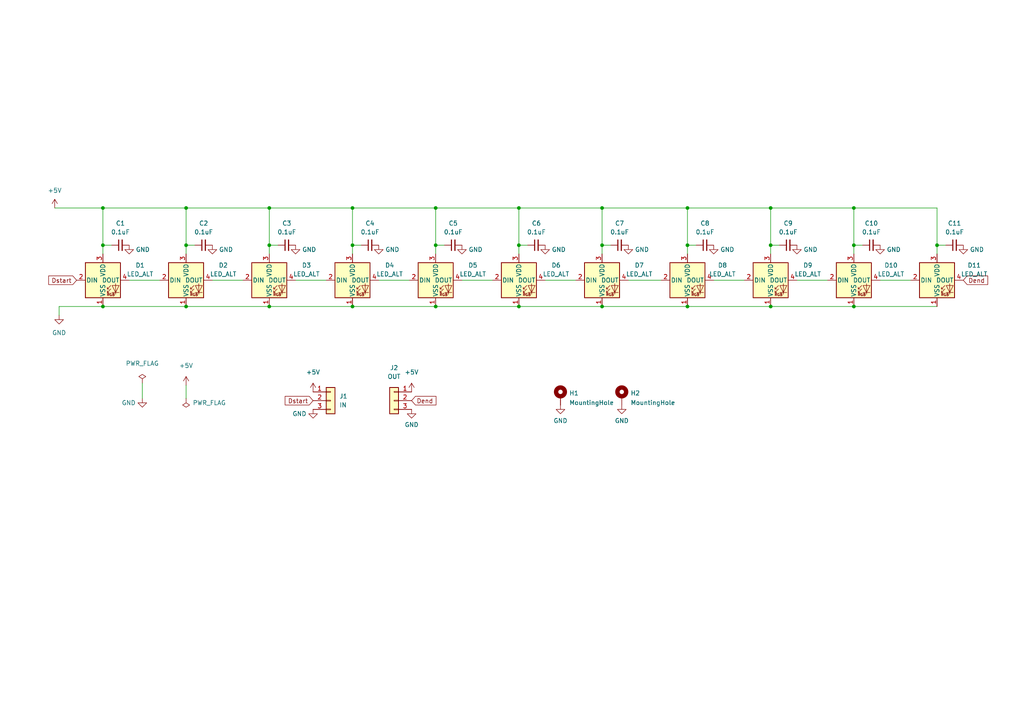
<source format=kicad_sch>
(kicad_sch (version 20211123) (generator eeschema)
  (paper "A4")
  (lib_symbols
    (symbol "Connector_Generic:Conn_01x03" (pin_names (offset 1.016) hide)
      (property "Reference" "J" (at 0 5.08 0))
      (property "Value" "Conn_01x03" (at 0 -5.08 0))
      (symbol "Conn_01x03_1_1"
        (rectangle (start -1.27 -2.413) (end 0 -2.667) (stroke (width 0.1524)))
        (rectangle (start -1.27 0.127) (end 0 -0.127) (stroke (width 0.1524)))
        (rectangle (start -1.27 2.667) (end 0 2.413) (stroke (width 0.1524)))
        (rectangle (start -1.27 3.81) (end 1.27 -3.81) (stroke (width 0.254)) (fill (type background)))
        (pin passive line (at -5.08 2.54 0) (length 3.81) (name "Pin_1") (number "1"))
        (pin passive line (at -5.08 0 0) (length 3.81) (name "Pin_2") (number "2"))
        (pin passive line (at -5.08 -2.54 0) (length 3.81) (name "Pin_3") (number "3"))
      )
    )
    (symbol "Device:C_Small" (pin_numbers hide) (pin_names (offset 0.254) hide)
      (property "Reference" "C" (at 0.254 1.778 0))
      (property "Value" "C_Small" (at 0.254 -2.032 0))
      (symbol "C_Small_0_1"
        (polyline (pts (xy -1.524 -0.508) (xy 1.524 -0.508)) (stroke (width 0.3302)))
        (polyline (pts (xy -1.524 0.508) (xy 1.524 0.508)) (stroke (width 0.3048)))
      )
      (symbol "C_Small_1_1"
        (pin passive line (at 0 2.54 270) (length 2.032) (name "~") (number "1"))
        (pin passive line (at 0 -2.54 90) (length 2.032) (name "~") (number "2"))
      )
    )
    (symbol "LED:SK6812" (pin_names (offset 0.254))
      (property "Reference" "D" (at 5.08 5.715 0))
      (property "Value" "SK6812" (at 1.27 -5.715 0))
      (symbol "SK6812_0_0"
        (text "RGB" (at 2.286 -4.191 0) (effects (font (size 0.762 0.762))))
      )
      (symbol "SK6812_0_1"
        (polyline (pts (xy 1.27 -3.556) (xy 1.778 -3.556)))
        (polyline (pts (xy 1.27 -2.54) (xy 1.778 -2.54)))
        (polyline (pts (xy 4.699 -3.556) (xy 2.667 -3.556)))
        (polyline (pts (xy 2.286 -2.54) (xy 1.27 -3.556) (xy 1.27 -3.048)))
        (polyline (pts (xy 2.286 -1.524) (xy 1.27 -2.54) (xy 1.27 -2.032)))
        (polyline (pts (xy 3.683 -1.016) (xy 3.683 -3.556) (xy 3.683 -4.064)))
        (polyline (pts (xy 4.699 -1.524) (xy 2.667 -1.524) (xy 3.683 -3.556) (xy 4.699 -1.524)))
        (rectangle (start 5.08 5.08) (end -5.08 -5.08) (stroke (width 0.254)) (fill (type background)))
      )
      (symbol "SK6812_1_1"
        (pin power_in line (at 0 -7.62 90) (length 2.54) (name "VSS") (number "1"))
        (pin input line (at -7.62 0 0) (length 2.54) (name "DIN") (number "2"))
        (pin power_in line (at 0 7.62 270) (length 2.54) (name "VDD") (number "3"))
        (pin output line (at 7.62 0 180) (length 2.54) (name "DOUT") (number "4"))
      )
    )
    (symbol "Mechanical:MountingHole_Pad" (pin_numbers hide) (pin_names (offset 1.016) hide)
      (property "Reference" "H" (at 0 6.35 0))
      (property "Value" "MountingHole_Pad" (at 0 4.445 0))
      (symbol "MountingHole_Pad_0_1"
        (circle (center 0 1.27) (radius 1.27) (stroke (width 1.27)))
      )
      (symbol "MountingHole_Pad_1_1"
        (pin input line (at 0 -2.54 90) (length 2.54) (name "1") (number "1"))
      )
    )
    (symbol "power:+5V" (power) (pin_names (offset 0))
      (property "Value" "+5V" (at 0 3.556 0))
      (symbol "+5V_0_1"
        (polyline (pts (xy -0.762 1.27) (xy 0 2.54)))
        (polyline (pts (xy 0 0) (xy 0 2.54)))
        (polyline (pts (xy 0 2.54) (xy 0.762 1.27)))
      )
      (symbol "+5V_1_1"
        (pin power_in line (at 0 0 90) (length 0) hide (name "+5V") (number "1"))
      )
    )
    (symbol "power:GND" (power) (pin_names (offset 0))
      (property "Value" "GND" (at 0 -3.81 0))
      (symbol "GND_0_1"
        (polyline (pts (xy 0 0) (xy 0 -1.27) (xy 1.27 -1.27) (xy 0 -2.54) (xy -1.27 -1.27) (xy 0 -1.27)))
      )
      (symbol "GND_1_1"
        (pin power_in line (at 0 0 270) (length 0) hide (name "GND") (number "1"))
      )
    )
    (symbol "power:PWR_FLAG" (power) (pin_numbers hide) (pin_names (offset 0) hide)
      (property "Value" "PWR_FLAG" (at 0 3.81 0))
      (symbol "PWR_FLAG_0_0"
        (pin power_out line (at 0 0 90) (length 0) (name "pwr") (number "1"))
      )
      (symbol "PWR_FLAG_0_1"
        (polyline (pts (xy 0 0) (xy 0 1.27) (xy -1.016 1.905) (xy 0 2.54) (xy 1.016 1.905) (xy 0 1.27)))
      )
    )
  )
  (junction (at 174.625 88.9))
  (junction (at 102.235 88.9))
  (junction (at 174.625 71.12))
  (junction (at 53.975 60.325))
  (junction (at 126.365 71.12))
  (junction (at 150.495 71.12))
  (junction (at 247.65 60.325))
  (junction (at 199.39 71.12))
  (junction (at 150.495 60.325))
  (junction (at 126.365 60.325))
  (junction (at 174.625 60.325))
  (junction (at 53.975 88.9))
  (junction (at 223.52 71.12))
  (junction (at 78.105 71.12))
  (junction (at 53.975 71.12))
  (junction (at 29.845 71.12))
  (junction (at 78.105 88.9))
  (junction (at 199.39 88.9))
  (junction (at 102.235 60.325))
  (junction (at 223.52 60.325))
  (junction (at 223.52 88.9))
  (junction (at 78.105 60.325))
  (junction (at 126.365 88.9))
  (junction (at 150.495 88.9))
  (junction (at 29.845 88.9))
  (junction (at 271.78 71.12))
  (junction (at 102.235 71.12))
  (junction (at 29.845 60.325))
  (junction (at 199.39 60.325))
  (junction (at 247.65 88.9))
  (junction (at 247.65 71.12))
  (wire (pts (xy 199.39 60.325) (xy 223.52 60.325)))
  (wire (pts (xy 247.65 60.325) (xy 271.78 60.325)))
  (wire (pts (xy 78.105 71.12) (xy 78.105 73.66)))
  (wire (pts (xy 150.495 88.9) (xy 174.625 88.9)))
  (wire (pts (xy 53.975 60.325) (xy 53.975 71.12)))
  (wire (pts (xy 247.65 71.12) (xy 247.65 73.66)))
  (wire (pts (xy 29.845 60.325) (xy 53.975 60.325)))
  (wire (pts (xy 247.65 60.325) (xy 247.65 71.12)))
  (wire (pts (xy 207.01 81.28) (xy 215.9 81.28)))
  (wire (pts (xy 109.855 81.28) (xy 118.745 81.28)))
  (wire (pts (xy 231.14 81.28) (xy 240.03 81.28)))
  (wire (pts (xy 29.845 60.325) (xy 29.845 71.12)))
  (wire (pts (xy 174.625 60.325) (xy 174.625 71.12)))
  (wire (pts (xy 174.625 88.9) (xy 199.39 88.9)))
  (wire (pts (xy 150.495 60.325) (xy 150.495 71.12)))
  (wire (pts (xy 223.52 71.12) (xy 226.06 71.12)))
  (wire (pts (xy 17.145 88.9) (xy 29.845 88.9)))
  (wire (pts (xy 126.365 71.12) (xy 126.365 73.66)))
  (wire (pts (xy 158.115 81.28) (xy 167.005 81.28)))
  (wire (pts (xy 29.845 71.12) (xy 29.845 73.66)))
  (wire (pts (xy 199.39 88.9) (xy 223.52 88.9)))
  (wire (pts (xy 126.365 71.12) (xy 128.905 71.12)))
  (wire (pts (xy 53.975 71.12) (xy 56.515 71.12)))
  (wire (pts (xy 53.975 60.325) (xy 78.105 60.325)))
  (wire (pts (xy 78.105 71.12) (xy 80.645 71.12)))
  (wire (pts (xy 199.39 60.325) (xy 199.39 71.12)))
  (wire (pts (xy 53.975 111.76) (xy 53.975 115.57)))
  (wire (pts (xy 126.365 60.325) (xy 126.365 71.12)))
  (wire (pts (xy 17.145 91.44) (xy 17.145 88.9)))
  (wire (pts (xy 53.975 88.9) (xy 78.105 88.9)))
  (wire (pts (xy 102.235 71.12) (xy 102.235 73.66)))
  (wire (pts (xy 271.78 71.12) (xy 274.32 71.12)))
  (wire (pts (xy 223.52 71.12) (xy 223.52 73.66)))
  (wire (pts (xy 102.235 71.12) (xy 104.775 71.12)))
  (wire (pts (xy 199.39 71.12) (xy 199.39 73.66)))
  (wire (pts (xy 102.235 60.325) (xy 102.235 71.12)))
  (wire (pts (xy 174.625 71.12) (xy 174.625 73.66)))
  (wire (pts (xy 223.52 60.325) (xy 223.52 71.12)))
  (wire (pts (xy 78.105 88.9) (xy 102.235 88.9)))
  (wire (pts (xy 150.495 60.325) (xy 174.625 60.325)))
  (wire (pts (xy 271.78 60.325) (xy 271.78 71.12)))
  (wire (pts (xy 133.985 81.28) (xy 142.875 81.28)))
  (wire (pts (xy 102.235 60.325) (xy 126.365 60.325)))
  (wire (pts (xy 126.365 60.325) (xy 150.495 60.325)))
  (wire (pts (xy 53.975 71.12) (xy 53.975 73.66)))
  (wire (pts (xy 41.275 111.125) (xy 41.275 115.57)))
  (wire (pts (xy 29.845 71.12) (xy 32.385 71.12)))
  (wire (pts (xy 223.52 88.9) (xy 247.65 88.9)))
  (wire (pts (xy 150.495 71.12) (xy 153.035 71.12)))
  (wire (pts (xy 78.105 60.325) (xy 78.105 71.12)))
  (wire (pts (xy 271.78 71.12) (xy 271.78 73.66)))
  (wire (pts (xy 29.845 88.9) (xy 53.975 88.9)))
  (wire (pts (xy 102.235 88.9) (xy 126.365 88.9)))
  (wire (pts (xy 199.39 71.12) (xy 201.93 71.12)))
  (wire (pts (xy 174.625 71.12) (xy 177.165 71.12)))
  (wire (pts (xy 182.245 81.28) (xy 191.77 81.28)))
  (wire (pts (xy 15.875 60.325) (xy 29.845 60.325)))
  (wire (pts (xy 126.365 88.9) (xy 150.495 88.9)))
  (wire (pts (xy 247.65 71.12) (xy 250.19 71.12)))
  (wire (pts (xy 247.65 88.9) (xy 271.78 88.9)))
  (wire (pts (xy 174.625 60.325) (xy 199.39 60.325)))
  (wire (pts (xy 150.495 71.12) (xy 150.495 73.66)))
  (wire (pts (xy 37.465 81.28) (xy 46.355 81.28)))
  (wire (pts (xy 85.725 81.28) (xy 94.615 81.28)))
  (wire (pts (xy 255.27 81.28) (xy 264.16 81.28)))
  (wire (pts (xy 223.52 60.325) (xy 247.65 60.325)))
  (wire (pts (xy 78.105 60.325) (xy 102.235 60.325)))
  (wire (pts (xy 61.595 81.28) (xy 70.485 81.28)))
  (global_label "Dstart" (shape input) (at 22.225 81.28 180) (property "Intersheet References" "${INTERSHEET_REFS}" (effects hide)))
  (global_label "Dend" (shape input) (at 279.4 81.28 0) (property "Intersheet References" "${INTERSHEET_REFS}" (effects hide)))
  (global_label "Dend" (shape input) (at 119.38 116.205 0) (property "Intersheet References" "${INTERSHEET_REFS}" (effects hide)))
  (global_label "Dstart" (shape input) (at 90.805 116.205 180) (property "Intersheet References" "${INTERSHEET_REFS}" (effects hide)))
  (symbol (lib_id "Connector_Generic:Conn_01x03") (at 114.3 116.205 0) (mirror y) (unit 1)
    (property "Reference" "J2" (at 114.3 106.68 0))
    (property "Value" "OUT" (at 114.3 109.22 0))
    (property "Footprint" "Connector_JST:JST_XH_S3B-XH-A_1x03_P2.50mm_Horizontal" (effects hide))
  )
  (symbol (lib_id "power:+5V") (at 90.805 113.665 0) (unit 1)
    (property "Reference" "#PWR016" (effects hide))
    (property "Value" "+5V" (at 90.805 107.95 0))
  )
  (symbol (lib_id "Device:C_Small") (at 107.315 71.12 90) (unit 1)
    (property "Reference" "C4" (at 107.3213 64.77 90))
    (property "Value" "0.1uF" (at 107.3213 67.31 90))
    (property "Footprint" "Daylight:C_0805_2012Metric_Pad1.18x1.45mm_HandSolder_V3Dspec" (effects hide))
    (property "LCSC" "C28233" (effects hide))
  )
  (symbol (lib_id "power:GND") (at 17.145 91.44 0) (unit 1)
    (property "Reference" "#PWR014" (effects hide))
    (property "Value" "GND" (at 17.145 96.52 0))
  )
  (symbol (lib_id "power:PWR_FLAG") (at 53.975 115.57 180) (unit 1)
    (property "Reference" "#FLG02" (effects hide))
    (property "Value" "PWR_FLAG" (at 55.88 116.8399 0) (effects (justify right)))
  )
  (symbol (lib_id "LED:SK6812") (at 247.65 81.28 0) (unit 1)
    (property "Reference" "D10" (at 258.445 76.9493 0))
    (property "Value" "LED_ALT" (at 258.445 79.4893 0))
    (property "Footprint" "Daylight:XL-3528RGBW-WS2812B" (effects hide))
    (property "Datasheet" "https://cdn-shop.adafruit.com/product-files/1138/SK6812+LED+datasheet+.pdf" (effects hide))
    (property "LCSC" "C2890364" (effects hide))
  )
  (symbol (lib_id "power:GND") (at 119.38 118.745 0) (unit 1)
    (property "Reference" "#PWR022" (effects hide))
    (property "Value" "GND" (at 119.38 123.19 0))
  )
  (symbol (lib_id "power:GND") (at 61.595 71.12 0) (unit 1)
    (property "Reference" "#PWR03" (effects hide))
    (property "Value" "GND" (at 63.5 72.3899 0) (effects (justify left)))
  )
  (symbol (lib_id "power:GND") (at 109.855 71.12 0) (unit 1)
    (property "Reference" "#PWR05" (effects hide))
    (property "Value" "GND" (at 111.76 72.3899 0) (effects (justify left)))
  )
  (symbol (lib_id "power:GND") (at 37.465 71.12 0) (unit 1)
    (property "Reference" "#PWR02" (effects hide))
    (property "Value" "GND" (at 39.37 72.3899 0) (effects (justify left)))
  )
  (symbol (lib_id "LED:SK6812") (at 78.105 81.28 0) (unit 1)
    (property "Reference" "D3" (at 88.9 76.9493 0))
    (property "Value" "LED_ALT" (at 88.9 79.4893 0))
    (property "Footprint" "Daylight:XL-3528RGBW-WS2812B" (effects hide))
    (property "Datasheet" "https://cdn-shop.adafruit.com/product-files/1138/SK6812+LED+datasheet+.pdf" (effects hide))
    (property "LCSC" "C2890364" (effects hide))
  )
  (symbol (lib_id "LED:SK6812") (at 223.52 81.28 0) (unit 1)
    (property "Reference" "D9" (at 234.315 76.9493 0))
    (property "Value" "LED_ALT" (at 234.315 79.4893 0))
    (property "Footprint" "Daylight:XL-3528RGBW-WS2812B" (effects hide))
    (property "Datasheet" "https://cdn-shop.adafruit.com/product-files/1138/SK6812+LED+datasheet+.pdf" (effects hide))
    (property "LCSC" "C2890364" (effects hide))
  )
  (symbol (lib_id "power:GND") (at 162.56 117.475 0) (unit 1)
    (property "Reference" "#PWR019" (effects hide))
    (property "Value" "GND" (at 162.56 122.0374 0))
  )
  (symbol (lib_id "Device:C_Small") (at 83.185 71.12 90) (unit 1)
    (property "Reference" "C3" (at 83.1913 64.77 90))
    (property "Value" "0.1uF" (at 83.1913 67.31 90))
    (property "Footprint" "Daylight:C_0805_2012Metric_Pad1.18x1.45mm_HandSolder_V3Dspec" (effects hide))
    (property "LCSC" "C28233" (effects hide))
  )
  (symbol (lib_id "LED:SK6812") (at 53.975 81.28 0) (unit 1)
    (property "Reference" "D2" (at 64.77 76.9493 0))
    (property "Value" "LED_ALT" (at 64.77 79.4893 0))
    (property "Footprint" "Daylight:XL-3528RGBW-WS2812B" (effects hide))
    (property "Datasheet" "https://cdn-shop.adafruit.com/product-files/1138/SK6812+LED+datasheet+.pdf" (effects hide))
    (property "LCSC" "C2890364" (effects hide))
  )
  (symbol (lib_id "power:PWR_FLAG") (at 41.275 111.125 0) (unit 1)
    (property "Reference" "#FLG01" (effects hide))
    (property "Value" "PWR_FLAG" (at 41.275 105.41 0))
  )
  (symbol (lib_id "power:GND") (at 231.14 71.12 0) (unit 1)
    (property "Reference" "#PWR010" (effects hide))
    (property "Value" "GND" (at 233.045 72.3899 0) (effects (justify left)))
  )
  (symbol (lib_id "power:GND") (at 90.805 118.745 0) (unit 1)
    (property "Reference" "#PWR021" (effects hide))
    (property "Value" "GND" (at 88.9 120.0149 0) (effects (justify right)))
  )
  (symbol (lib_id "Mechanical:MountingHole_Pad") (at 180.34 114.935 0) (unit 1) (in_bom no)
    (property "Reference" "H2" (at 182.88 114.0265 0) (effects (justify left)))
    (property "Value" "MountingHole" (at 182.88 116.8016 0) (effects (justify left)))
    (property "Footprint" "MountingHole:MountingHole_3.2mm_M3_Pad_Via" (effects hide))
  )
  (symbol (lib_id "Device:C_Small") (at 228.6 71.12 90) (unit 1)
    (property "Reference" "C9" (at 228.6063 64.77 90))
    (property "Value" "0.1uF" (at 228.6063 67.31 90))
    (property "Footprint" "Daylight:C_0805_2012Metric_Pad1.18x1.45mm_HandSolder_V3Dspec" (effects hide))
    (property "LCSC" "C28233" (effects hide))
  )
  (symbol (lib_id "power:+5V") (at 119.38 113.665 0) (unit 1)
    (property "Reference" "#PWR017" (effects hide))
    (property "Value" "+5V" (at 119.38 107.95 0))
  )
  (symbol (lib_id "Device:C_Small") (at 131.445 71.12 90) (unit 1)
    (property "Reference" "C5" (at 131.4513 64.77 90))
    (property "Value" "0.1uF" (at 131.4513 67.31 90))
    (property "Footprint" "Daylight:C_0805_2012Metric_Pad1.18x1.45mm_HandSolder_V3Dspec" (effects hide))
    (property "LCSC" "C28233" (effects hide))
  )
  (symbol (lib_id "Device:C_Small") (at 276.86 71.12 90) (unit 1)
    (property "Reference" "C11" (at 276.8663 64.77 90))
    (property "Value" "0.1uF" (at 276.8663 67.31 90))
    (property "Footprint" "Daylight:C_0805_2012Metric_Pad1.18x1.45mm_HandSolder_V3Dspec" (effects hide))
    (property "LCSC" "C28233" (effects hide))
  )
  (symbol (lib_id "power:GND") (at 180.34 117.475 0) (unit 1)
    (property "Reference" "#PWR020" (effects hide))
    (property "Value" "GND" (at 180.34 122.0374 0))
  )
  (symbol (lib_id "LED:SK6812") (at 29.845 81.28 0) (unit 1)
    (property "Reference" "D1" (at 40.64 76.9493 0))
    (property "Value" "LED_ALT" (at 40.64 79.4893 0))
    (property "Footprint" "Daylight:XL-3528RGBW-WS2812B" (effects hide))
    (property "Datasheet" "https://cdn-shop.adafruit.com/product-files/1138/SK6812+LED+datasheet+.pdf" (effects hide))
    (property "LCSC" "C2890364" (effects hide))
  )
  (symbol (lib_id "LED:SK6812") (at 102.235 81.28 0) (unit 1)
    (property "Reference" "D4" (at 113.03 76.9493 0))
    (property "Value" "LED_ALT" (at 113.03 79.4893 0))
    (property "Footprint" "Daylight:XL-3528RGBW-WS2812B" (effects hide))
    (property "Datasheet" "https://cdn-shop.adafruit.com/product-files/1138/SK6812+LED+datasheet+.pdf" (effects hide))
    (property "LCSC" "C2890364" (effects hide))
  )
  (symbol (lib_id "power:+5V") (at 53.975 111.76 0) (unit 1)
    (property "Reference" "#PWR015" (effects hide))
    (property "Value" "+5V" (at 53.975 106.045 0))
  )
  (symbol (lib_id "Device:C_Small") (at 34.925 71.12 90) (unit 1)
    (property "Reference" "C1" (at 34.9313 64.77 90))
    (property "Value" "0.1uF" (at 34.9313 67.31 90))
    (property "Footprint" "Daylight:C_0805_2012Metric_Pad1.18x1.45mm_HandSolder_V3Dspec" (effects hide))
    (property "LCSC" "C28233" (effects hide))
  )
  (symbol (lib_id "Device:C_Small") (at 155.575 71.12 90) (unit 1)
    (property "Reference" "C6" (at 155.5813 64.77 90))
    (property "Value" "0.1uF" (at 155.5813 67.31 90))
    (property "Footprint" "Daylight:C_0805_2012Metric_Pad1.18x1.45mm_HandSolder_V3Dspec" (effects hide))
    (property "LCSC" "C28233" (effects hide))
  )
  (symbol (lib_id "LED:SK6812") (at 150.495 81.28 0) (unit 1)
    (property "Reference" "D6" (at 161.29 76.9493 0))
    (property "Value" "LED_ALT" (at 161.29 79.4893 0))
    (property "Footprint" "Daylight:XL-3528RGBW-WS2812B" (effects hide))
    (property "Datasheet" "https://cdn-shop.adafruit.com/product-files/1138/SK6812+LED+datasheet+.pdf" (effects hide))
    (property "LCSC" "C2890364" (effects hide))
  )
  (symbol (lib_id "power:GND") (at 255.27 71.12 0) (unit 1)
    (property "Reference" "#PWR011" (effects hide))
    (property "Value" "GND" (at 257.175 72.3899 0) (effects (justify left)))
  )
  (symbol (lib_id "LED:SK6812") (at 126.365 81.28 0) (unit 1)
    (property "Reference" "D5" (at 137.16 76.9493 0))
    (property "Value" "LED_ALT" (at 137.16 79.4893 0))
    (property "Footprint" "Daylight:XL-3528RGBW-WS2812B" (effects hide))
    (property "Datasheet" "https://cdn-shop.adafruit.com/product-files/1138/SK6812+LED+datasheet+.pdf" (effects hide))
    (property "LCSC" "C2890364" (effects hide))
  )
  (symbol (lib_id "LED:SK6812") (at 199.39 81.28 0) (unit 1)
    (property "Reference" "D8" (at 209.55 76.9493 0))
    (property "Value" "LED_ALT" (at 209.55 79.4893 0))
    (property "Footprint" "Daylight:XL-3528RGBW-WS2812B" (effects hide))
    (property "Datasheet" "https://cdn-shop.adafruit.com/product-files/1138/SK6812+LED+datasheet+.pdf" (effects hide))
    (property "LCSC" "C2890364" (effects hide))
  )
  (symbol (lib_id "Device:C_Small") (at 59.055 71.12 90) (unit 1)
    (property "Reference" "C2" (at 59.0613 64.77 90))
    (property "Value" "0.1uF" (at 59.0613 67.31 90))
    (property "Footprint" "Daylight:C_0805_2012Metric_Pad1.18x1.45mm_HandSolder_V3Dspec" (effects hide))
    (property "LCSC" "C28233" (effects hide))
  )
  (symbol (lib_id "Device:C_Small") (at 252.73 71.12 90) (unit 1)
    (property "Reference" "C10" (at 252.7363 64.77 90))
    (property "Value" "0.1uF" (at 252.7363 67.31 90))
    (property "Footprint" "Daylight:C_0805_2012Metric_Pad1.18x1.45mm_HandSolder_V3Dspec" (effects hide))
    (property "LCSC" "C28233" (effects hide))
  )
  (symbol (lib_id "power:GND") (at 279.4 71.12 0) (unit 1)
    (property "Reference" "#PWR012" (effects hide))
    (property "Value" "GND" (at 281.305 72.3899 0) (effects (justify left)))
  )
  (symbol (lib_id "Connector_Generic:Conn_01x03") (at 95.885 116.205 0) (unit 1)
    (property "Reference" "J1" (at 98.425 114.9349 0) (effects (justify left)))
    (property "Value" "IN" (at 98.425 117.4749 0) (effects (justify left)))
    (property "Footprint" "Connector_JST:JST_XH_S3B-XH-A_1x03_P2.50mm_Horizontal" (effects hide))
  )
  (symbol (lib_id "power:GND") (at 133.985 71.12 0) (unit 1)
    (property "Reference" "#PWR06" (effects hide))
    (property "Value" "GND" (at 135.89 72.3899 0) (effects (justify left)))
  )
  (symbol (lib_id "Mechanical:MountingHole_Pad") (at 162.56 114.935 0) (unit 1) (in_bom no)
    (property "Reference" "H1" (at 165.1 114.0265 0) (effects (justify left)))
    (property "Value" "MountingHole" (at 165.1 116.8016 0) (effects (justify left)))
    (property "Footprint" "MountingHole:MountingHole_3.2mm_M3_Pad_Via" (effects hide))
  )
  (symbol (lib_id "power:GND") (at 158.115 71.12 0) (unit 1)
    (property "Reference" "#PWR07" (effects hide))
    (property "Value" "GND" (at 160.02 72.3899 0) (effects (justify left)))
  )
  (symbol (lib_id "power:GND") (at 85.725 71.12 0) (unit 1)
    (property "Reference" "#PWR04" (effects hide))
    (property "Value" "GND" (at 87.63 72.3899 0) (effects (justify left)))
  )
  (symbol (lib_id "power:GND") (at 182.245 71.12 0) (unit 1)
    (property "Reference" "#PWR08" (effects hide))
    (property "Value" "GND" (at 184.15 72.3899 0) (effects (justify left)))
  )
  (symbol (lib_id "Device:C_Small") (at 179.705 71.12 90) (unit 1)
    (property "Reference" "C7" (at 179.7113 64.77 90))
    (property "Value" "0.1uF" (at 179.7113 67.31 90))
    (property "Footprint" "Daylight:C_0805_2012Metric_Pad1.18x1.45mm_HandSolder_V3Dspec" (effects hide))
    (property "LCSC" "C28233" (effects hide))
  )
  (symbol (lib_id "LED:SK6812") (at 174.625 81.28 0) (unit 1)
    (property "Reference" "D7" (at 185.42 76.9493 0))
    (property "Value" "LED_ALT" (at 185.42 79.4893 0))
    (property "Footprint" "Daylight:XL-3528RGBW-WS2812B" (effects hide))
    (property "Datasheet" "https://cdn-shop.adafruit.com/product-files/1138/SK6812+LED+datasheet+.pdf" (effects hide))
    (property "LCSC" "C2890364" (effects hide))
  )
  (symbol (lib_id "LED:SK6812") (at 271.78 81.28 0) (unit 1)
    (property "Reference" "D11" (at 282.575 76.9493 0))
    (property "Value" "LED_ALT" (at 282.575 79.4893 0))
    (property "Footprint" "Daylight:XL-3528RGBW-WS2812B" (effects hide))
    (property "Datasheet" "https://cdn-shop.adafruit.com/product-files/1138/SK6812+LED+datasheet+.pdf" (effects hide))
    (property "LCSC" "C2890364" (effects hide))
  )
  (symbol (lib_id "power:+5V") (at 15.875 60.325 0) (unit 1)
    (property "Reference" "#PWR01" (effects hide))
    (property "Value" "+5V" (at 15.875 55.245 0))
  )
  (symbol (lib_id "power:GND") (at 207.01 71.12 0) (unit 1)
    (property "Reference" "#PWR09" (effects hide))
    (property "Value" "GND" (at 208.915 72.3899 0) (effects (justify left)))
  )
  (symbol (lib_id "power:GND") (at 41.275 115.57 0) (unit 1)
    (property "Reference" "#PWR018" (effects hide))
    (property "Value" "GND" (at 39.37 116.8399 0) (effects (justify right)))
  )
  (symbol (lib_id "Device:C_Small") (at 204.47 71.12 90) (unit 1)
    (property "Reference" "C8" (at 204.4763 64.77 90))
    (property "Value" "0.1uF" (at 204.4763 67.31 90))
    (property "Footprint" "Daylight:C_0805_2012Metric_Pad1.18x1.45mm_HandSolder_V3Dspec" (effects hide))
    (property "LCSC" "C28233" (effects hide))
  )
)
</source>
